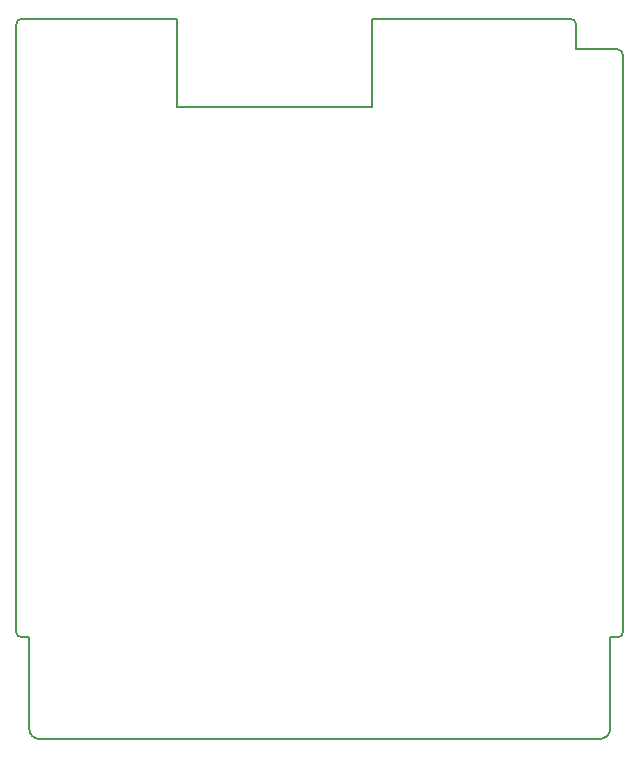
<source format=gbr>
G04 #@! TF.GenerationSoftware,KiCad,Pcbnew,5.1.5+dfsg1-2build2*
G04 #@! TF.CreationDate,2022-01-08T21:25:08+01:00*
G04 #@! TF.ProjectId,wifi-gb-cart,77696669-2d67-4622-9d63-6172742e6b69,rev?*
G04 #@! TF.SameCoordinates,Original*
G04 #@! TF.FileFunction,Profile,NP*
%FSLAX46Y46*%
G04 Gerber Fmt 4.6, Leading zero omitted, Abs format (unit mm)*
G04 Created by KiCad (PCBNEW 5.1.5+dfsg1-2build2) date 2022-01-08 21:25:08*
%MOMM*%
%LPD*%
G04 APERTURE LIST*
%ADD10C,0.150000*%
G04 APERTURE END LIST*
D10*
X140970000Y-88265000D02*
X157480000Y-88265000D01*
X157480000Y-88265000D02*
X157480000Y-80806593D01*
X157480000Y-80806593D02*
X174248760Y-80806593D01*
X140970000Y-80806593D02*
X140970000Y-88265000D01*
X127348760Y-81306593D02*
G75*
G02X127848760Y-80806593I500000J0D01*
G01*
X174248760Y-80806593D02*
G75*
G02X174748760Y-81306593I0J-500000D01*
G01*
X178248760Y-83406593D02*
G75*
G02X178748760Y-83906593I0J-500000D01*
G01*
X178748760Y-132706593D02*
G75*
G02X178248760Y-133206593I-500000J0D01*
G01*
X129348760Y-141806593D02*
G75*
G02X128448760Y-140906593I0J900000D01*
G01*
X178748760Y-132706593D02*
X178748760Y-83906593D01*
X128448760Y-140906593D02*
X128448760Y-133206593D01*
X128448760Y-133206593D02*
X127848760Y-133206593D01*
X127348760Y-132706593D02*
X127348760Y-81306593D01*
X178248760Y-83406593D02*
X174748760Y-83406593D01*
X127848760Y-80806593D02*
X140970000Y-80806593D01*
X127848760Y-133206593D02*
G75*
G02X127348760Y-132706593I0J500000D01*
G01*
X129348760Y-141806593D02*
X176748760Y-141806593D01*
X177648760Y-140906593D02*
X177648760Y-133206593D01*
X177648760Y-133206593D02*
X178248760Y-133206593D01*
X174748760Y-81306593D02*
X174748760Y-83406593D01*
X177648760Y-140906593D02*
G75*
G02X176748760Y-141806593I-900000J0D01*
G01*
M02*

</source>
